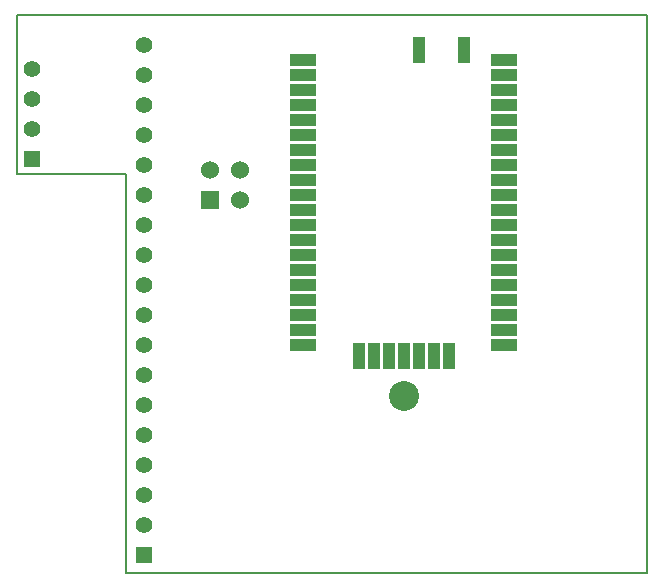
<source format=gbs>
G04 (created by PCBNEW (2012-nov-02)-testing) date Mon 13 May 2013 11:36:40 AM CDT*
%MOIN*%
G04 Gerber Fmt 3.4, Leading zero omitted, Abs format*
%FSLAX34Y34*%
G01*
G70*
G90*
G04 APERTURE LIST*
%ADD10C,0.006*%
%ADD11C,0.00590551*%
%ADD12R,0.055X0.055*%
%ADD13C,0.055*%
%ADD14R,0.06X0.06*%
%ADD15C,0.06*%
%ADD16R,0.09X0.04*%
%ADD17R,0.04X0.09*%
%ADD18C,0.1*%
G04 APERTURE END LIST*
G54D10*
G54D11*
X95850Y-48350D02*
X95850Y-66950D01*
X74850Y-48350D02*
X74850Y-53650D01*
X95850Y-48350D02*
X74850Y-48350D01*
X78500Y-66950D02*
X95850Y-66950D01*
X78500Y-53650D02*
X78500Y-66950D01*
X74850Y-53650D02*
X78500Y-53650D01*
G54D12*
X75350Y-53150D03*
G54D13*
X75350Y-52150D03*
X75350Y-51150D03*
X75350Y-50150D03*
G54D12*
X79100Y-66350D03*
G54D13*
X79100Y-65350D03*
X79100Y-64350D03*
X79100Y-63350D03*
X79100Y-62350D03*
X79100Y-61350D03*
X79100Y-60350D03*
X79100Y-59350D03*
X79100Y-58350D03*
X79100Y-57350D03*
X79100Y-56350D03*
X79100Y-55350D03*
X79100Y-54350D03*
X79100Y-53350D03*
X79100Y-52350D03*
X79100Y-51350D03*
X79100Y-50350D03*
X79100Y-49350D03*
G54D14*
X81300Y-54500D03*
G54D15*
X81300Y-53500D03*
X82300Y-54500D03*
X82300Y-53500D03*
G54D16*
X91100Y-49850D03*
X91100Y-50350D03*
X91100Y-50850D03*
X91100Y-51350D03*
X91100Y-51850D03*
X91100Y-52350D03*
X91100Y-52850D03*
X91100Y-53350D03*
X91100Y-53850D03*
X91100Y-54350D03*
X91100Y-54850D03*
X91100Y-55350D03*
X91100Y-55850D03*
X91100Y-56350D03*
X91100Y-56850D03*
X91100Y-57350D03*
X91100Y-57850D03*
X91100Y-58350D03*
X91100Y-58850D03*
X91100Y-59350D03*
G54D17*
X89250Y-59700D03*
X88750Y-59700D03*
X88250Y-59700D03*
X87750Y-59700D03*
X87250Y-59700D03*
X86750Y-59700D03*
X86250Y-59700D03*
G54D16*
X84400Y-59350D03*
X84400Y-58850D03*
X84400Y-58350D03*
X84400Y-57850D03*
X84400Y-57350D03*
X84400Y-56850D03*
X84400Y-56350D03*
X84400Y-55850D03*
X84400Y-55350D03*
X84400Y-54850D03*
X84400Y-54350D03*
X84400Y-53850D03*
X84400Y-53350D03*
X84400Y-52850D03*
X84400Y-52350D03*
X84400Y-51850D03*
X84400Y-51350D03*
X84400Y-50850D03*
X84400Y-50350D03*
X84400Y-49850D03*
G54D17*
X89750Y-49500D03*
X88250Y-49500D03*
G54D18*
X87750Y-61050D03*
M02*

</source>
